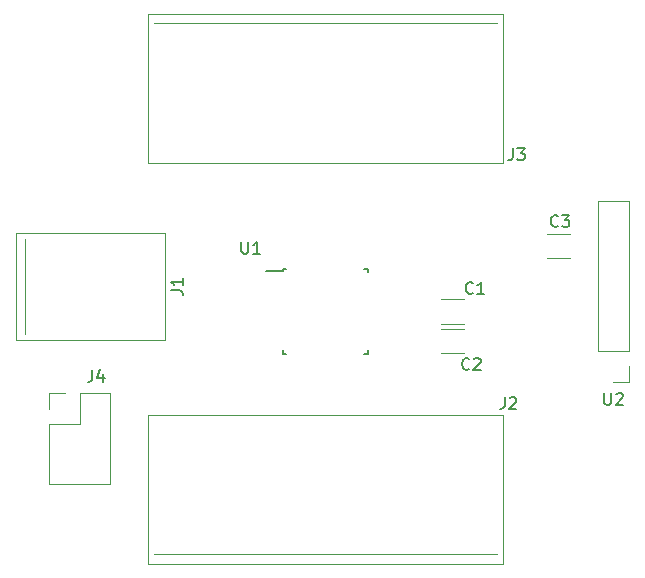
<source format=gto>
G04 #@! TF.GenerationSoftware,KiCad,Pcbnew,(5.0.1)-3*
G04 #@! TF.CreationDate,2018-10-30T14:33:32-04:00*
G04 #@! TF.ProjectId,GCEW Motor Controller MCU,47434557204D6F746F7220436F6E7472,rev?*
G04 #@! TF.SameCoordinates,Original*
G04 #@! TF.FileFunction,Legend,Top*
G04 #@! TF.FilePolarity,Positive*
%FSLAX46Y46*%
G04 Gerber Fmt 4.6, Leading zero omitted, Abs format (unit mm)*
G04 Created by KiCad (PCBNEW (5.0.1)-3) date 10/30/2018 2:33:32 PM*
%MOMM*%
%LPD*%
G01*
G04 APERTURE LIST*
%ADD10C,0.120000*%
%ADD11C,0.150000*%
%ADD12C,0.100000*%
%ADD13C,0.050000*%
G04 APERTURE END LIST*
D10*
G04 #@! TO.C,C1*
X175250000Y-94020000D02*
X177250000Y-94020000D01*
X177250000Y-91980000D02*
X175250000Y-91980000D01*
G04 #@! TO.C,J4*
X142095000Y-99905000D02*
X143425000Y-99905000D01*
X142095000Y-101235000D02*
X142095000Y-99905000D01*
X144695000Y-99905000D02*
X147295000Y-99905000D01*
X144695000Y-102505000D02*
X144695000Y-99905000D01*
X142095000Y-102505000D02*
X144695000Y-102505000D01*
X147295000Y-99905000D02*
X147295000Y-107645000D01*
X142095000Y-102505000D02*
X142095000Y-107645000D01*
X142095000Y-107645000D02*
X147295000Y-107645000D01*
G04 #@! TO.C,U2*
X191205000Y-83620000D02*
X188545000Y-83620000D01*
X191205000Y-96380000D02*
X191205000Y-83620000D01*
X188545000Y-96380000D02*
X188545000Y-83620000D01*
X191205000Y-96380000D02*
X188545000Y-96380000D01*
X191205000Y-97650000D02*
X191205000Y-98980000D01*
X191205000Y-98980000D02*
X189875000Y-98980000D01*
G04 #@! TO.C,C3*
X186225000Y-86430000D02*
X184225000Y-86430000D01*
X184225000Y-88470000D02*
X186225000Y-88470000D01*
G04 #@! TO.C,C2*
X175250000Y-96520000D02*
X177250000Y-96520000D01*
X177250000Y-94480000D02*
X175250000Y-94480000D01*
D11*
G04 #@! TO.C,U1*
X161875000Y-89600000D02*
X160450000Y-89600000D01*
X169125000Y-89375000D02*
X168800000Y-89375000D01*
X169125000Y-96625000D02*
X168800000Y-96625000D01*
X161875000Y-96625000D02*
X162200000Y-96625000D01*
X161875000Y-89375000D02*
X162200000Y-89375000D01*
X161875000Y-96625000D02*
X161875000Y-96300000D01*
X169125000Y-96625000D02*
X169125000Y-96300000D01*
X169125000Y-89375000D02*
X169125000Y-89700000D01*
X161875000Y-89375000D02*
X161875000Y-89600000D01*
D12*
G04 #@! TO.C,J1*
X151900000Y-95425000D02*
X151900000Y-86325000D01*
X151900000Y-86325000D02*
X139300000Y-86325000D01*
X139300000Y-86325000D02*
X139300000Y-95425000D01*
X139300000Y-95425000D02*
X151900000Y-95425000D01*
D13*
X140100000Y-94875000D02*
X140100000Y-86875000D01*
G04 #@! TO.C,J3*
X151000000Y-68600000D02*
X180000000Y-68600000D01*
D12*
X150450000Y-67800000D02*
X150450000Y-80400000D01*
X180550000Y-67800000D02*
X150450000Y-67800000D01*
X180550000Y-80400000D02*
X180550000Y-67800000D01*
X150450000Y-80400000D02*
X180550000Y-80400000D01*
G04 #@! TO.C,J2*
X180550000Y-101750000D02*
X150450000Y-101750000D01*
X150450000Y-101750000D02*
X150450000Y-114350000D01*
X150450000Y-114350000D02*
X180550000Y-114350000D01*
X180550000Y-114350000D02*
X180550000Y-101750000D01*
D13*
X180000000Y-113550000D02*
X151000000Y-113550000D01*
G04 #@! TO.C,C1*
D11*
X177983333Y-91407142D02*
X177935714Y-91454761D01*
X177792857Y-91502380D01*
X177697619Y-91502380D01*
X177554761Y-91454761D01*
X177459523Y-91359523D01*
X177411904Y-91264285D01*
X177364285Y-91073809D01*
X177364285Y-90930952D01*
X177411904Y-90740476D01*
X177459523Y-90645238D01*
X177554761Y-90550000D01*
X177697619Y-90502380D01*
X177792857Y-90502380D01*
X177935714Y-90550000D01*
X177983333Y-90597619D01*
X178935714Y-91502380D02*
X178364285Y-91502380D01*
X178650000Y-91502380D02*
X178650000Y-90502380D01*
X178554761Y-90645238D01*
X178459523Y-90740476D01*
X178364285Y-90788095D01*
G04 #@! TO.C,J4*
X145766666Y-97952380D02*
X145766666Y-98666666D01*
X145719047Y-98809523D01*
X145623809Y-98904761D01*
X145480952Y-98952380D01*
X145385714Y-98952380D01*
X146671428Y-98285714D02*
X146671428Y-98952380D01*
X146433333Y-97904761D02*
X146195238Y-98619047D01*
X146814285Y-98619047D01*
G04 #@! TO.C,U2*
X189113095Y-99902380D02*
X189113095Y-100711904D01*
X189160714Y-100807142D01*
X189208333Y-100854761D01*
X189303571Y-100902380D01*
X189494047Y-100902380D01*
X189589285Y-100854761D01*
X189636904Y-100807142D01*
X189684523Y-100711904D01*
X189684523Y-99902380D01*
X190113095Y-99997619D02*
X190160714Y-99950000D01*
X190255952Y-99902380D01*
X190494047Y-99902380D01*
X190589285Y-99950000D01*
X190636904Y-99997619D01*
X190684523Y-100092857D01*
X190684523Y-100188095D01*
X190636904Y-100330952D01*
X190065476Y-100902380D01*
X190684523Y-100902380D01*
G04 #@! TO.C,C3*
X185183333Y-85757142D02*
X185135714Y-85804761D01*
X184992857Y-85852380D01*
X184897619Y-85852380D01*
X184754761Y-85804761D01*
X184659523Y-85709523D01*
X184611904Y-85614285D01*
X184564285Y-85423809D01*
X184564285Y-85280952D01*
X184611904Y-85090476D01*
X184659523Y-84995238D01*
X184754761Y-84900000D01*
X184897619Y-84852380D01*
X184992857Y-84852380D01*
X185135714Y-84900000D01*
X185183333Y-84947619D01*
X185516666Y-84852380D02*
X186135714Y-84852380D01*
X185802380Y-85233333D01*
X185945238Y-85233333D01*
X186040476Y-85280952D01*
X186088095Y-85328571D01*
X186135714Y-85423809D01*
X186135714Y-85661904D01*
X186088095Y-85757142D01*
X186040476Y-85804761D01*
X185945238Y-85852380D01*
X185659523Y-85852380D01*
X185564285Y-85804761D01*
X185516666Y-85757142D01*
G04 #@! TO.C,C2*
X177683333Y-97857142D02*
X177635714Y-97904761D01*
X177492857Y-97952380D01*
X177397619Y-97952380D01*
X177254761Y-97904761D01*
X177159523Y-97809523D01*
X177111904Y-97714285D01*
X177064285Y-97523809D01*
X177064285Y-97380952D01*
X177111904Y-97190476D01*
X177159523Y-97095238D01*
X177254761Y-97000000D01*
X177397619Y-96952380D01*
X177492857Y-96952380D01*
X177635714Y-97000000D01*
X177683333Y-97047619D01*
X178064285Y-97047619D02*
X178111904Y-97000000D01*
X178207142Y-96952380D01*
X178445238Y-96952380D01*
X178540476Y-97000000D01*
X178588095Y-97047619D01*
X178635714Y-97142857D01*
X178635714Y-97238095D01*
X178588095Y-97380952D01*
X178016666Y-97952380D01*
X178635714Y-97952380D01*
G04 #@! TO.C,U1*
X158388095Y-87102380D02*
X158388095Y-87911904D01*
X158435714Y-88007142D01*
X158483333Y-88054761D01*
X158578571Y-88102380D01*
X158769047Y-88102380D01*
X158864285Y-88054761D01*
X158911904Y-88007142D01*
X158959523Y-87911904D01*
X158959523Y-87102380D01*
X159959523Y-88102380D02*
X159388095Y-88102380D01*
X159673809Y-88102380D02*
X159673809Y-87102380D01*
X159578571Y-87245238D01*
X159483333Y-87340476D01*
X159388095Y-87388095D01*
G04 #@! TO.C,J1*
X152402380Y-91208333D02*
X153116666Y-91208333D01*
X153259523Y-91255952D01*
X153354761Y-91351190D01*
X153402380Y-91494047D01*
X153402380Y-91589285D01*
X153402380Y-90208333D02*
X153402380Y-90779761D01*
X153402380Y-90494047D02*
X152402380Y-90494047D01*
X152545238Y-90589285D01*
X152640476Y-90684523D01*
X152688095Y-90779761D01*
G04 #@! TO.C,J3*
X181366666Y-79202380D02*
X181366666Y-79916666D01*
X181319047Y-80059523D01*
X181223809Y-80154761D01*
X181080952Y-80202380D01*
X180985714Y-80202380D01*
X181747619Y-79202380D02*
X182366666Y-79202380D01*
X182033333Y-79583333D01*
X182176190Y-79583333D01*
X182271428Y-79630952D01*
X182319047Y-79678571D01*
X182366666Y-79773809D01*
X182366666Y-80011904D01*
X182319047Y-80107142D01*
X182271428Y-80154761D01*
X182176190Y-80202380D01*
X181890476Y-80202380D01*
X181795238Y-80154761D01*
X181747619Y-80107142D01*
G04 #@! TO.C,J2*
X180666666Y-100252380D02*
X180666666Y-100966666D01*
X180619047Y-101109523D01*
X180523809Y-101204761D01*
X180380952Y-101252380D01*
X180285714Y-101252380D01*
X181095238Y-100347619D02*
X181142857Y-100300000D01*
X181238095Y-100252380D01*
X181476190Y-100252380D01*
X181571428Y-100300000D01*
X181619047Y-100347619D01*
X181666666Y-100442857D01*
X181666666Y-100538095D01*
X181619047Y-100680952D01*
X181047619Y-101252380D01*
X181666666Y-101252380D01*
G04 #@! TD*
M02*

</source>
